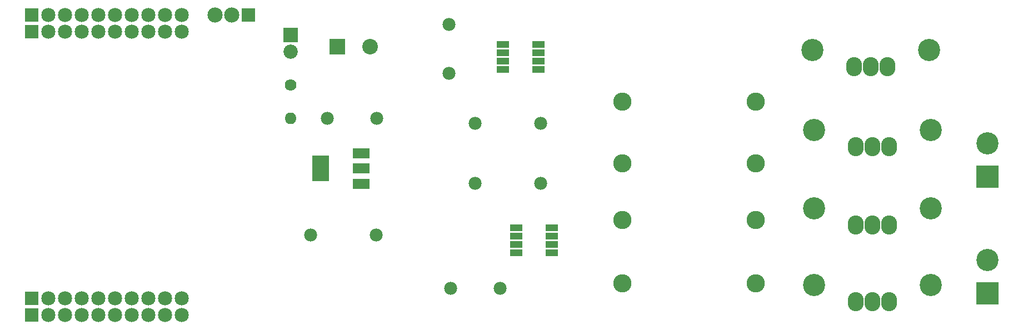
<source format=gbr>
%TF.GenerationSoftware,KiCad,Pcbnew,(2017-03-23 revision 5aa1610)-master*%
%TF.CreationDate,2017-05-13T11:46:19+02:00*%
%TF.ProjectId,aPortableInductionHeater,61506F727461626C65496E6475637469,rev?*%
%TF.FileFunction,Soldermask,Top*%
%TF.FilePolarity,Negative*%
%FSLAX45Y45*%
G04 Gerber Fmt 4.5, Leading zero omitted, Abs format (unit mm)*
G04 Created by KiCad (PCBNEW (2017-03-23 revision 5aa1610)-master) date 2017 May 13, Saturday 11:46:19*
%MOMM*%
%LPD*%
G01*
G04 APERTURE LIST*
%ADD10C,0.100000*%
%ADD11C,3.380000*%
%ADD12O,2.412000X2.920000*%
%ADD13R,2.615200X1.599200*%
%ADD14R,2.579640X3.979180*%
%ADD15R,1.930000X0.980000*%
%ADD16C,1.980000*%
%ADD17R,2.158000X2.158000*%
%ADD18C,2.158000*%
%ADD19C,2.310400*%
%ADD20R,2.056400X2.056400*%
%ADD21C,2.780000*%
%ADD22O,2.780000X2.780000*%
%ADD23C,2.380000*%
%ADD24R,2.380000X2.380000*%
%ADD25C,2.180000*%
%ADD26R,2.180000X2.180000*%
%ADD27O,1.780000X1.780000*%
%ADD28C,1.780000*%
%ADD29R,3.380000X3.380000*%
G04 APERTURE END LIST*
D10*
D11*
X23190200Y-13843000D03*
D12*
X22047200Y-14097000D03*
X22555200Y-14097000D03*
X22301200Y-14097000D03*
D11*
X21412200Y-13843000D03*
X23190200Y-12674600D03*
D12*
X22047200Y-12928600D03*
X22555200Y-12928600D03*
X22301200Y-12928600D03*
D11*
X21412200Y-12674600D03*
X23190200Y-11480800D03*
D12*
X22047200Y-11734800D03*
X22555200Y-11734800D03*
X22301200Y-11734800D03*
D11*
X21412200Y-11480800D03*
X23164800Y-10261600D03*
D12*
X22021800Y-10515600D03*
X22529800Y-10515600D03*
X22275800Y-10515600D03*
D11*
X21386800Y-10261600D03*
D13*
X14508480Y-12296140D03*
X14508480Y-12065000D03*
X14508480Y-11834114D03*
D14*
X13888720Y-12065000D03*
D15*
X16875000Y-12966700D03*
X16875000Y-13093700D03*
X16875000Y-13220700D03*
X16875000Y-13347700D03*
X17415000Y-13347700D03*
X17415000Y-13220700D03*
X17415000Y-13093700D03*
X17415000Y-12966700D03*
X16671800Y-10553700D03*
X16671800Y-10426700D03*
X16671800Y-10299700D03*
X16671800Y-10172700D03*
X17211800Y-10172700D03*
X17211800Y-10299700D03*
X17211800Y-10426700D03*
X17211800Y-10553700D03*
D16*
X13995400Y-11303000D03*
X14745400Y-11303000D03*
X17246600Y-11379200D03*
X16246600Y-11379200D03*
X17246600Y-12293600D03*
X16246600Y-12293600D03*
X13741400Y-13081000D03*
X14741400Y-13081000D03*
X15849600Y-10617200D03*
X15849600Y-9867200D03*
X15875000Y-13893800D03*
X16625000Y-13893800D03*
D17*
X9490600Y-9725000D03*
D18*
X9744600Y-9725000D03*
X9998600Y-9725000D03*
X10252600Y-9725000D03*
X10506600Y-9725000D03*
X10760600Y-9725000D03*
X11014600Y-9725000D03*
X11268600Y-9725000D03*
X11522600Y-9725000D03*
X11776600Y-9725000D03*
D17*
X9485600Y-9980000D03*
D18*
X9739600Y-9980000D03*
X9993600Y-9980000D03*
X10247600Y-9980000D03*
X10501600Y-9980000D03*
X10755600Y-9980000D03*
X11009600Y-9980000D03*
X11263600Y-9980000D03*
X11517600Y-9980000D03*
X11771600Y-9980000D03*
D17*
X9490710Y-14043360D03*
D18*
X9744710Y-14043360D03*
X9998710Y-14043360D03*
X10252710Y-14043360D03*
X10506710Y-14043360D03*
X10760710Y-14043360D03*
X11014710Y-14043360D03*
X11268710Y-14043360D03*
X11522710Y-14043360D03*
X11776710Y-14043360D03*
D17*
X9490710Y-14297360D03*
D18*
X9744710Y-14297360D03*
X9998710Y-14297360D03*
X10252710Y-14297360D03*
X10506710Y-14297360D03*
X10760710Y-14297360D03*
X11014710Y-14297360D03*
X11268710Y-14297360D03*
X11522710Y-14297360D03*
X11776710Y-14297360D03*
D19*
X12285260Y-9725904D03*
X12539260Y-9725904D03*
D20*
X12793260Y-9725904D03*
D21*
X20523200Y-13817600D03*
D22*
X18491200Y-13817600D03*
D21*
X20523200Y-11049000D03*
D22*
X18491200Y-11049000D03*
X18491200Y-12852400D03*
D21*
X20523200Y-12852400D03*
D22*
X18491200Y-11988800D03*
D21*
X20523200Y-11988800D03*
D23*
X14647800Y-10210800D03*
D24*
X14147800Y-10210800D03*
D25*
X13436600Y-10287000D03*
D26*
X13436600Y-10033000D03*
D27*
X13436600Y-11303000D03*
D28*
X13436600Y-10795000D03*
D11*
X24053800Y-11684000D03*
D29*
X24053800Y-12192000D03*
D11*
X24053800Y-13462000D03*
D29*
X24053800Y-13970000D03*
M02*

</source>
